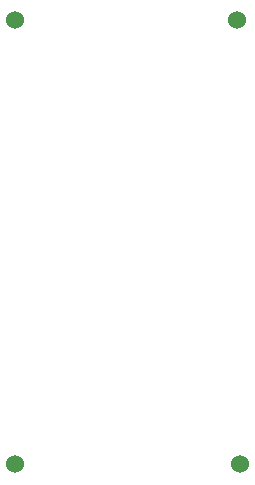
<source format=gbr>
G04 EAGLE Gerber X2 export*
%TF.Part,Single*%
%TF.FileFunction,Paste,Bot*%
%TF.FilePolarity,Positive*%
%TF.GenerationSoftware,Autodesk,EAGLE,9.7.0*%
%TF.CreationDate,2022-05-12T22:10:33Z*%
G75*
%MOMM*%
%FSLAX46Y46*%
%LPD*%
%INSolderpaste Bottom*%
%AMOC8*
5,1,8,0,0,1.08239X$1,22.5*%
G01*
G04 Define Apertures*
%ADD10C,1.524000*%
D10*
X21336000Y2286000D03*
X2286000Y2286000D03*
X21082000Y39878000D03*
X2286000Y39878000D03*
M02*

</source>
